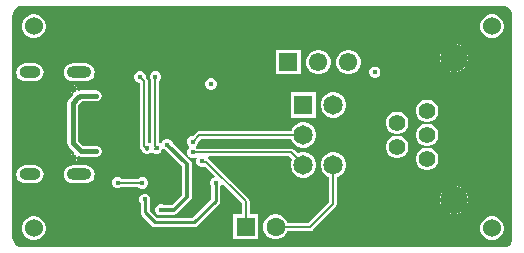
<source format=gbr>
%TF.GenerationSoftware,Altium Limited,Altium Designer,24.4.1 (13)*%
G04 Layer_Physical_Order=4*
G04 Layer_Color=8865052*
%FSLAX45Y45*%
%MOMM*%
%TF.SameCoordinates,F106AC90-439F-428E-8782-533256F23A0D*%
%TF.FilePolarity,Positive*%
%TF.FileFunction,Copper,L4,Bot,Signal*%
%TF.Part,Single*%
G01*
G75*
%TA.AperFunction,Conductor*%
%ADD10C,0.15240*%
%ADD33C,0.40000*%
%ADD35C,0.30000*%
%ADD36C,0.25400*%
%TA.AperFunction,ComponentPad*%
%ADD38C,1.55000*%
%ADD39R,1.55000X1.55000*%
%TA.AperFunction,ViaPad*%
%ADD40C,1.52400*%
%TA.AperFunction,ComponentPad*%
%ADD41C,1.40000*%
%ADD42R,1.40000X1.40000*%
%ADD43C,2.36000*%
%TA.AperFunction,TestPad*%
%ADD44O,2.10000X1.00000*%
%ADD45C,0.65000*%
%ADD46O,1.80000X1.00000*%
%TA.AperFunction,ComponentPad*%
%ADD47R,1.65000X1.65000*%
%ADD48C,1.65000*%
%ADD49R,1.60000X1.60000*%
%ADD50C,1.60000*%
%TA.AperFunction,ViaPad*%
%ADD51C,0.45000*%
%ADD52C,0.40000*%
G36*
X100000Y2059999D02*
X4169998Y2060000D01*
X4169999Y2059999D01*
Y2059999D01*
X4170008D01*
X4181818Y2059217D01*
X4193335Y2056927D01*
X4207895Y2050897D01*
X4220998Y2042142D01*
X4232141Y2030998D01*
X4240897Y2017895D01*
X4246927Y2003336D01*
X4250000Y1987879D01*
X4250000Y1980000D01*
X4250000Y80000D01*
X4249999Y79999D01*
X4249999Y68064D01*
X4240865Y46012D01*
X4223987Y29134D01*
X4201934Y19999D01*
X4190000Y20000D01*
X99998Y19999D01*
X99996Y19999D01*
X92117Y19999D01*
X76661Y23074D01*
X62102Y29104D01*
X48999Y37860D01*
X37857Y49003D01*
X29102Y62107D01*
X23072Y76666D01*
X19999Y92122D01*
X20000Y100002D01*
Y1840000D01*
X20000Y1979999D01*
X20000Y1980000D01*
X20884Y1992334D01*
X23072Y2003336D01*
X29102Y2017896D01*
X37857Y2030999D01*
X49000Y2042143D01*
X62104Y2050898D01*
X76664Y2056928D01*
X92120Y2060000D01*
X100000Y2059999D01*
D02*
G37*
%LPC*%
G36*
X4093165Y1990000D02*
X4066835D01*
X4041401Y1983185D01*
X4018599Y1970020D01*
X3999980Y1951401D01*
X3986815Y1928599D01*
X3980000Y1903165D01*
Y1876835D01*
X3986815Y1851401D01*
X3999980Y1828599D01*
X4018599Y1809980D01*
X4041401Y1796815D01*
X4066835Y1790000D01*
X4093165D01*
X4118599Y1796815D01*
X4141401Y1809980D01*
X4160020Y1828599D01*
X4173185Y1851401D01*
X4180000Y1876835D01*
Y1903165D01*
X4173185Y1928599D01*
X4160020Y1951401D01*
X4141401Y1970020D01*
X4118599Y1983185D01*
X4093165Y1990000D01*
D02*
G37*
G36*
X213165D02*
X186835D01*
X161402Y1983185D01*
X138599Y1970020D01*
X119980Y1951401D01*
X106815Y1928599D01*
X100000Y1903165D01*
Y1876835D01*
X106815Y1851401D01*
X119980Y1828599D01*
X138599Y1809980D01*
X161402Y1796815D01*
X186835Y1790000D01*
X213165D01*
X238599Y1796815D01*
X261402Y1809980D01*
X280020Y1828599D01*
X293185Y1851401D01*
X300000Y1876835D01*
Y1903165D01*
X293185Y1928599D01*
X280020Y1951401D01*
X261402Y1970020D01*
X238599Y1983185D01*
X213165Y1990000D01*
D02*
G37*
G36*
X3775516Y1738016D02*
X3744446D01*
X3714435Y1729975D01*
X3687527Y1714440D01*
X3665558Y1692470D01*
X3650022Y1665563D01*
X3641981Y1635551D01*
Y1604481D01*
X3650022Y1574470D01*
X3665558Y1547563D01*
X3687527Y1525593D01*
X3714435Y1510058D01*
X3744446Y1502016D01*
X3775516D01*
X3805527Y1510058D01*
X3832435Y1525593D01*
X3854405Y1547563D01*
X3869940Y1574470D01*
X3877981Y1604481D01*
Y1635551D01*
X3869940Y1665563D01*
X3854405Y1692470D01*
X3832435Y1714440D01*
X3805527Y1729975D01*
X3775516Y1738016D01*
D02*
G37*
G36*
X2877547Y1687900D02*
X2850453D01*
X2824282Y1680887D01*
X2800818Y1667340D01*
X2781660Y1648182D01*
X2768113Y1624718D01*
X2761100Y1598547D01*
Y1571453D01*
X2768113Y1545282D01*
X2781660Y1521818D01*
X2800818Y1502659D01*
X2824282Y1489112D01*
X2850453Y1482100D01*
X2877547D01*
X2903718Y1489112D01*
X2927182Y1502659D01*
X2946341Y1521818D01*
X2959888Y1545282D01*
X2966900Y1571453D01*
Y1598547D01*
X2959888Y1624718D01*
X2946341Y1648182D01*
X2927182Y1667340D01*
X2903718Y1680887D01*
X2877547Y1687900D01*
D02*
G37*
G36*
X2623547D02*
X2596453D01*
X2570282Y1680887D01*
X2546818Y1667340D01*
X2527660Y1648182D01*
X2514113Y1624718D01*
X2507100Y1598547D01*
Y1571453D01*
X2514113Y1545282D01*
X2527660Y1521818D01*
X2546818Y1502659D01*
X2570282Y1489112D01*
X2596453Y1482100D01*
X2623547D01*
X2649718Y1489112D01*
X2673182Y1502659D01*
X2692341Y1521818D01*
X2705888Y1545282D01*
X2712900Y1571453D01*
Y1598547D01*
X2705888Y1624718D01*
X2692341Y1648182D01*
X2673182Y1667340D01*
X2649718Y1680887D01*
X2623547Y1687900D01*
D02*
G37*
G36*
X2458900D02*
X2253100D01*
Y1482100D01*
X2458900D01*
Y1687900D01*
D02*
G37*
G36*
X3097028Y1547900D02*
X3077972D01*
X3060367Y1540608D01*
X3046893Y1527133D01*
X3039600Y1509528D01*
Y1490472D01*
X3046893Y1472867D01*
X3060367Y1459393D01*
X3077972Y1452100D01*
X3097028D01*
X3114633Y1459393D01*
X3128108Y1472867D01*
X3135400Y1490472D01*
Y1509528D01*
X3128108Y1527133D01*
X3114633Y1540608D01*
X3097028Y1547900D01*
D02*
G37*
G36*
X640350Y1574250D02*
X530350D01*
X510666Y1571659D01*
X492325Y1564061D01*
X476574Y1551976D01*
X464488Y1536225D01*
X456891Y1517883D01*
X454299Y1498200D01*
X456891Y1478516D01*
X464488Y1460174D01*
X476574Y1444424D01*
X492325Y1432338D01*
X510666Y1424740D01*
X530350Y1422149D01*
X640350D01*
X660034Y1424740D01*
X678376Y1432338D01*
X694126Y1444424D01*
X706212Y1460174D01*
X713810Y1478516D01*
X716401Y1498200D01*
X713810Y1517883D01*
X706212Y1536225D01*
X694126Y1551976D01*
X678376Y1564061D01*
X660034Y1571659D01*
X640350Y1574250D01*
D02*
G37*
G36*
X207350D02*
X127350D01*
X107667Y1571659D01*
X89325Y1564061D01*
X73574Y1551976D01*
X61489Y1536225D01*
X53891Y1517883D01*
X51300Y1498200D01*
X53891Y1478516D01*
X61489Y1460174D01*
X73574Y1444424D01*
X89325Y1432338D01*
X107667Y1424740D01*
X127350Y1422149D01*
X207350D01*
X227034Y1424740D01*
X245375Y1432338D01*
X261126Y1444424D01*
X273212Y1460174D01*
X280809Y1478516D01*
X283401Y1498200D01*
X280809Y1517883D01*
X273212Y1536225D01*
X261126Y1551976D01*
X245375Y1564061D01*
X227034Y1571659D01*
X207350Y1574250D01*
D02*
G37*
G36*
X1709528Y1447900D02*
X1690472D01*
X1672867Y1440607D01*
X1659393Y1427133D01*
X1652100Y1409528D01*
Y1390472D01*
X1659393Y1372867D01*
X1672867Y1359393D01*
X1690472Y1352100D01*
X1709528D01*
X1727133Y1359393D01*
X1740608Y1372867D01*
X1747900Y1390472D01*
Y1409528D01*
X1740608Y1427133D01*
X1727133Y1440607D01*
X1709528Y1447900D01*
D02*
G37*
G36*
X2751205Y1331900D02*
X2722795D01*
X2695352Y1324547D01*
X2670748Y1310342D01*
X2650659Y1290252D01*
X2636453Y1265648D01*
X2629100Y1238205D01*
Y1209795D01*
X2636453Y1182352D01*
X2650659Y1157748D01*
X2670748Y1137659D01*
X2695352Y1123453D01*
X2722795Y1116100D01*
X2751205D01*
X2778648Y1123453D01*
X2803252Y1137659D01*
X2823342Y1157748D01*
X2837547Y1182352D01*
X2844900Y1209795D01*
Y1238205D01*
X2837547Y1265648D01*
X2823342Y1290252D01*
X2803252Y1310342D01*
X2778648Y1324547D01*
X2751205Y1331900D01*
D02*
G37*
G36*
X2590900D02*
X2375100D01*
Y1116100D01*
X2590900D01*
Y1331900D01*
D02*
G37*
G36*
X3542541Y1268416D02*
X3517421D01*
X3493158Y1261915D01*
X3471404Y1249355D01*
X3453642Y1231593D01*
X3441083Y1209839D01*
X3434581Y1185576D01*
Y1160457D01*
X3441083Y1136193D01*
X3453642Y1114439D01*
X3471404Y1096677D01*
X3493158Y1084118D01*
X3517421Y1077616D01*
X3542541D01*
X3566804Y1084118D01*
X3588558Y1096677D01*
X3606320Y1114439D01*
X3618879Y1136193D01*
X3625381Y1160457D01*
Y1185576D01*
X3618879Y1209839D01*
X3606320Y1231593D01*
X3588558Y1249355D01*
X3566804Y1261915D01*
X3542541Y1268416D01*
D02*
G37*
G36*
X3288541Y1166416D02*
X3263421D01*
X3239158Y1159915D01*
X3217404Y1147355D01*
X3199642Y1129593D01*
X3187083Y1107839D01*
X3180581Y1083576D01*
Y1058457D01*
X3187083Y1034193D01*
X3199642Y1012439D01*
X3217404Y994677D01*
X3239158Y982118D01*
X3263421Y975616D01*
X3288541D01*
X3312804Y982118D01*
X3334558Y994677D01*
X3352320Y1012439D01*
X3364879Y1034193D01*
X3371381Y1058457D01*
Y1083576D01*
X3364879Y1107839D01*
X3352320Y1129593D01*
X3334558Y1147355D01*
X3312804Y1159915D01*
X3288541Y1166416D01*
D02*
G37*
G36*
X1239528Y1507900D02*
X1220472D01*
X1202867Y1500608D01*
X1189393Y1487133D01*
X1182100Y1469528D01*
Y1450472D01*
X1189393Y1432867D01*
X1196333Y1425927D01*
Y903201D01*
X1183633Y897257D01*
X1169528Y903100D01*
X1163667D01*
Y1425851D01*
X1161104Y1438735D01*
X1153806Y1449658D01*
X1147900Y1455564D01*
Y1469528D01*
X1140608Y1487133D01*
X1127133Y1500608D01*
X1109528Y1507900D01*
X1090472D01*
X1072867Y1500608D01*
X1059393Y1487133D01*
X1052100Y1469528D01*
Y1450472D01*
X1059393Y1432867D01*
X1072867Y1419393D01*
X1090472Y1412100D01*
X1096139D01*
X1096333Y1411906D01*
Y874149D01*
X1098896Y861265D01*
X1106194Y850343D01*
X1112974Y843563D01*
X1119392Y828067D01*
X1132867Y814592D01*
X1150472Y807300D01*
X1155139D01*
X1160000Y806333D01*
X1164861Y807300D01*
X1169528D01*
X1187133Y814592D01*
X1199700Y827160D01*
X1212267Y814592D01*
X1229872Y807300D01*
X1248928D01*
X1266533Y814592D01*
X1280008Y828067D01*
X1287300Y845672D01*
X1300000Y849759D01*
X1302867Y846892D01*
X1319062Y840184D01*
X1456308Y702938D01*
Y462062D01*
X1370653Y376406D01*
X1300723D01*
X1284528Y383115D01*
X1265472D01*
X1247867Y375822D01*
X1234393Y362348D01*
X1227100Y344743D01*
Y325687D01*
X1234393Y308082D01*
X1247867Y294607D01*
X1265472Y287315D01*
X1284528D01*
X1300723Y294023D01*
X1387715D01*
X1403478Y297159D01*
X1416841Y306088D01*
X1526627Y415873D01*
X1535556Y429237D01*
X1538691Y445000D01*
Y720000D01*
X1535556Y735763D01*
X1526627Y749127D01*
X1377316Y898437D01*
X1370607Y914633D01*
X1357133Y928107D01*
X1339528Y935400D01*
X1320472D01*
X1302867Y928107D01*
X1289392Y914633D01*
X1284462Y902730D01*
X1270367Y898619D01*
X1263667Y903466D01*
Y1425927D01*
X1270608Y1432867D01*
X1277900Y1450472D01*
Y1469528D01*
X1270608Y1487133D01*
X1257133Y1500608D01*
X1239528Y1507900D01*
D02*
G37*
G36*
X3542541Y1064416D02*
X3517421D01*
X3493158Y1057915D01*
X3471404Y1045355D01*
X3453642Y1027593D01*
X3441083Y1005839D01*
X3434581Y981576D01*
Y956457D01*
X3441083Y932193D01*
X3453642Y910439D01*
X3471404Y892677D01*
X3493158Y880118D01*
X3517421Y873616D01*
X3542541D01*
X3566804Y880118D01*
X3588558Y892677D01*
X3606320Y910439D01*
X3618879Y932193D01*
X3625381Y956457D01*
Y981576D01*
X3618879Y1005839D01*
X3606320Y1027593D01*
X3588558Y1045355D01*
X3566804Y1057915D01*
X3542541Y1064416D01*
D02*
G37*
G36*
X2497205Y1077900D02*
X2468795D01*
X2441352Y1070547D01*
X2416748Y1056342D01*
X2396659Y1036252D01*
X2382453Y1011648D01*
X2380315Y1003667D01*
X1602500D01*
X1589616Y1001104D01*
X1578694Y993806D01*
X1545287Y960400D01*
X1535472D01*
X1517867Y953108D01*
X1504392Y939633D01*
X1497100Y922028D01*
Y902972D01*
X1504392Y885367D01*
X1516127Y873633D01*
X1517113Y866250D01*
X1516127Y858867D01*
X1504392Y847133D01*
X1497100Y829528D01*
Y810472D01*
X1504392Y792867D01*
X1517867Y779392D01*
X1535472Y772100D01*
X1554528D01*
X1572133Y779392D01*
X1572246Y779505D01*
X1581892Y772133D01*
X1574600Y754528D01*
Y735472D01*
X1581892Y717867D01*
X1595367Y704393D01*
X1612972Y697100D01*
X1632028D01*
X1648475Y703913D01*
X1732755Y619633D01*
X1727683Y606745D01*
X1712867Y600608D01*
X1699393Y587133D01*
X1692100Y569528D01*
Y550472D01*
X1699393Y532867D01*
X1701154Y531106D01*
Y423591D01*
X1543909Y266346D01*
X1243591D01*
X1181909Y328029D01*
Y399704D01*
X1187212Y412507D01*
Y431562D01*
X1179919Y449168D01*
X1166445Y462642D01*
X1148840Y469934D01*
X1129784D01*
X1112179Y462642D01*
X1098704Y449168D01*
X1091412Y431562D01*
Y412507D01*
X1098704Y394901D01*
X1104216Y389390D01*
Y311938D01*
X1107173Y297072D01*
X1115594Y284469D01*
X1200032Y200031D01*
X1212634Y191610D01*
X1227500Y188653D01*
X1560000D01*
X1574866Y191610D01*
X1587469Y200031D01*
X1767469Y380031D01*
X1775890Y392634D01*
X1778847Y407500D01*
Y531106D01*
X1780608Y532867D01*
X1786744Y547683D01*
X1799633Y552755D01*
X1959333Y393055D01*
Y295400D01*
X1887600D01*
Y84600D01*
X2098400D01*
Y295400D01*
X2026667D01*
Y407000D01*
X2024104Y419884D01*
X2016806Y430806D01*
X1684501Y763112D01*
X1673579Y770410D01*
X1671937Y773633D01*
X1679722Y786333D01*
X2365055D01*
X2386585Y764803D01*
X2382453Y757648D01*
X2375100Y730205D01*
Y701795D01*
X2382453Y674352D01*
X2396659Y649748D01*
X2416748Y629659D01*
X2441352Y615453D01*
X2468795Y608100D01*
X2497205D01*
X2524648Y615453D01*
X2549252Y629659D01*
X2569342Y649748D01*
X2583547Y674352D01*
X2590900Y701795D01*
Y730205D01*
X2583547Y757648D01*
X2569342Y782252D01*
X2549252Y802342D01*
X2524648Y816547D01*
X2497205Y823900D01*
X2468795D01*
X2441352Y816547D01*
X2434197Y812416D01*
X2402806Y843806D01*
X2391884Y851104D01*
X2379000Y853667D01*
X1579074D01*
X1573873Y858867D01*
X1572887Y866250D01*
X1573873Y873633D01*
X1585607Y885367D01*
X1592900Y902972D01*
Y912788D01*
X1616445Y936333D01*
X2380315D01*
X2382453Y928352D01*
X2396659Y903748D01*
X2416748Y883659D01*
X2441352Y869453D01*
X2468795Y862100D01*
X2497205D01*
X2524648Y869453D01*
X2549252Y883659D01*
X2569342Y903748D01*
X2583547Y928352D01*
X2590900Y955795D01*
Y984205D01*
X2583547Y1011648D01*
X2569342Y1036252D01*
X2549252Y1056342D01*
X2524648Y1070547D01*
X2497205Y1077900D01*
D02*
G37*
G36*
X541815Y1387700D02*
X528886D01*
X516940Y1382752D01*
X507798Y1373610D01*
X502850Y1361664D01*
Y1348735D01*
X507798Y1336790D01*
X516940Y1327647D01*
X528886Y1322700D01*
X529593D01*
X534527Y1312694D01*
X534537Y1310000D01*
X497268Y1272732D01*
X487234Y1257714D01*
X483710Y1240000D01*
X483710Y1239999D01*
Y900002D01*
X483710Y900000D01*
X487234Y882286D01*
X497268Y867269D01*
X542365Y822172D01*
X536876Y809700D01*
X528886D01*
X516940Y804752D01*
X507798Y795610D01*
X502850Y783664D01*
Y770735D01*
X507798Y758790D01*
X516940Y749647D01*
X528886Y744700D01*
X541815D01*
X553760Y749647D01*
X562903Y758790D01*
X567850Y770735D01*
Y781605D01*
X573365Y786351D01*
X579289Y789237D01*
X582286Y787234D01*
X600000Y783710D01*
X600001Y783711D01*
X730000D01*
X734472Y784600D01*
X739031D01*
X743242Y786345D01*
X747714Y787234D01*
X751505Y789767D01*
X755717Y791512D01*
X758941Y794735D01*
X762732Y797268D01*
X765265Y801060D01*
X768488Y804283D01*
X770233Y808495D01*
X772766Y812286D01*
X773656Y816758D01*
X775400Y820969D01*
Y825528D01*
X776290Y830000D01*
X775400Y834472D01*
Y839031D01*
X773656Y843242D01*
X772766Y847714D01*
X770233Y851506D01*
X768488Y855717D01*
X765265Y858941D01*
X762732Y862732D01*
X758941Y865265D01*
X755717Y868488D01*
X751505Y870233D01*
X747714Y872766D01*
X743242Y873656D01*
X739031Y875400D01*
X734472D01*
X730000Y876290D01*
X619174D01*
X576289Y919174D01*
Y1220826D01*
X599391Y1243928D01*
X600349Y1244568D01*
X609492Y1253710D01*
X730000D01*
X747714Y1257234D01*
X762732Y1267268D01*
X772766Y1282286D01*
X776290Y1300000D01*
X772766Y1317714D01*
X762732Y1332732D01*
X747714Y1342766D01*
X730000Y1346289D01*
X590319D01*
X590318Y1346290D01*
X579584Y1344155D01*
X577418Y1345000D01*
X567909Y1353649D01*
X567850Y1353784D01*
Y1361664D01*
X562903Y1373610D01*
X553760Y1382752D01*
X541815Y1387700D01*
D02*
G37*
G36*
X3288541Y962416D02*
X3263421D01*
X3239158Y955915D01*
X3217404Y943355D01*
X3199642Y925593D01*
X3187083Y903839D01*
X3180581Y879576D01*
Y854457D01*
X3187083Y830193D01*
X3199642Y808439D01*
X3217404Y790677D01*
X3239158Y778118D01*
X3263421Y771616D01*
X3288541D01*
X3312804Y778118D01*
X3334558Y790677D01*
X3352320Y808439D01*
X3364879Y830193D01*
X3371381Y854457D01*
Y879576D01*
X3364879Y903839D01*
X3352320Y925593D01*
X3334558Y943355D01*
X3312804Y955915D01*
X3288541Y962416D01*
D02*
G37*
G36*
X3542541Y860416D02*
X3517421D01*
X3493158Y853915D01*
X3471404Y841355D01*
X3453642Y823593D01*
X3441083Y801839D01*
X3434581Y777576D01*
Y752457D01*
X3441083Y728193D01*
X3453642Y706439D01*
X3471404Y688677D01*
X3493158Y676118D01*
X3517421Y669616D01*
X3542541D01*
X3566804Y676118D01*
X3588558Y688677D01*
X3606320Y706439D01*
X3618879Y728193D01*
X3625381Y752457D01*
Y777576D01*
X3618879Y801839D01*
X3606320Y823593D01*
X3588558Y841355D01*
X3566804Y853915D01*
X3542541Y860416D01*
D02*
G37*
G36*
X640350Y710251D02*
X530350D01*
X510666Y707659D01*
X492325Y700062D01*
X476574Y687976D01*
X464488Y672225D01*
X456891Y653883D01*
X454299Y634200D01*
X456891Y614516D01*
X464488Y596175D01*
X476574Y580424D01*
X492325Y568338D01*
X510666Y560741D01*
X530350Y558149D01*
X640350D01*
X660034Y560741D01*
X678376Y568338D01*
X694126Y580424D01*
X706212Y596175D01*
X713810Y614516D01*
X716401Y634200D01*
X713810Y653883D01*
X706212Y672225D01*
X694126Y687976D01*
X678376Y700062D01*
X660034Y707659D01*
X640350Y710251D01*
D02*
G37*
G36*
X207350D02*
X127350D01*
X107667Y707659D01*
X89325Y700062D01*
X73574Y687976D01*
X61489Y672225D01*
X53891Y653883D01*
X51300Y634200D01*
X53891Y614516D01*
X61489Y596175D01*
X73574Y580424D01*
X89325Y568338D01*
X107667Y560741D01*
X127350Y558149D01*
X207350D01*
X227034Y560741D01*
X245375Y568338D01*
X261126Y580424D01*
X273212Y596175D01*
X280809Y614516D01*
X283401Y634200D01*
X280809Y653883D01*
X273212Y672225D01*
X261126Y687976D01*
X245375Y700062D01*
X227034Y707659D01*
X207350Y710251D01*
D02*
G37*
G36*
X919528Y612900D02*
X900472D01*
X882867Y605607D01*
X869392Y592133D01*
X862100Y574528D01*
Y555472D01*
X869392Y537867D01*
X882867Y524392D01*
X900472Y517100D01*
X919528D01*
X937133Y524392D01*
X944074Y531333D01*
X1083427D01*
X1092867Y521893D01*
X1110472Y514600D01*
X1129528D01*
X1147133Y521893D01*
X1160608Y535367D01*
X1167900Y552972D01*
Y572028D01*
X1160608Y589633D01*
X1147133Y603108D01*
X1129528Y610400D01*
X1110472D01*
X1092867Y603108D01*
X1088426Y598667D01*
X944074D01*
X937133Y605607D01*
X919528Y612900D01*
D02*
G37*
G36*
X3775516Y538016D02*
X3744446D01*
X3714435Y529975D01*
X3687527Y514440D01*
X3665558Y492470D01*
X3650022Y465562D01*
X3641981Y435551D01*
Y404481D01*
X3650022Y374470D01*
X3665558Y347562D01*
X3687527Y325593D01*
X3714435Y310058D01*
X3744446Y302016D01*
X3775516D01*
X3805527Y310058D01*
X3832435Y325593D01*
X3854405Y347562D01*
X3869940Y374470D01*
X3877981Y404481D01*
Y435551D01*
X3869940Y465562D01*
X3854405Y492470D01*
X3832435Y514440D01*
X3805527Y529975D01*
X3775516Y538016D01*
D02*
G37*
G36*
X2751205Y823900D02*
X2722795D01*
X2695352Y816547D01*
X2670748Y802342D01*
X2650659Y782252D01*
X2636453Y757648D01*
X2629100Y730205D01*
Y701795D01*
X2636453Y674352D01*
X2650659Y649748D01*
X2670748Y629659D01*
X2695352Y615453D01*
X2696333Y615190D01*
Y393945D01*
X2526055Y223667D01*
X2347097D01*
X2345217Y230683D01*
X2331341Y254717D01*
X2311717Y274341D01*
X2287683Y288217D01*
X2260876Y295400D01*
X2233124D01*
X2206317Y288217D01*
X2182283Y274341D01*
X2162659Y254717D01*
X2148783Y230683D01*
X2141600Y203876D01*
Y176124D01*
X2148783Y149317D01*
X2162659Y125283D01*
X2182283Y105659D01*
X2206317Y91783D01*
X2233124Y84600D01*
X2260876D01*
X2287683Y91783D01*
X2311717Y105659D01*
X2331341Y125283D01*
X2345217Y149317D01*
X2347097Y156333D01*
X2540000D01*
X2552884Y158896D01*
X2563806Y166194D01*
X2753806Y356194D01*
X2761104Y367116D01*
X2763667Y380000D01*
Y611439D01*
X2778648Y615453D01*
X2803252Y629659D01*
X2823342Y649748D01*
X2837547Y674352D01*
X2844900Y701795D01*
Y730205D01*
X2837547Y757648D01*
X2823342Y782252D01*
X2803252Y802342D01*
X2778648Y816547D01*
X2751205Y823900D01*
D02*
G37*
G36*
X4093165Y280000D02*
X4066835D01*
X4041401Y273185D01*
X4018599Y260020D01*
X3999980Y241402D01*
X3986815Y218599D01*
X3980000Y193165D01*
Y166835D01*
X3986815Y141402D01*
X3999980Y118599D01*
X4018599Y99980D01*
X4041401Y86815D01*
X4066835Y80000D01*
X4093165D01*
X4118599Y86815D01*
X4141401Y99980D01*
X4160020Y118599D01*
X4173185Y141402D01*
X4180000Y166835D01*
Y193165D01*
X4173185Y218599D01*
X4160020Y241402D01*
X4141401Y260020D01*
X4118599Y273185D01*
X4093165Y280000D01*
D02*
G37*
G36*
X213165D02*
X186835D01*
X161402Y273185D01*
X138599Y260020D01*
X119980Y241402D01*
X106815Y218599D01*
X100000Y193165D01*
Y166835D01*
X106815Y141402D01*
X119980Y118599D01*
X138599Y99980D01*
X161402Y86815D01*
X186835Y80000D01*
X213165D01*
X238599Y86815D01*
X261402Y99980D01*
X280020Y118599D01*
X293185Y141402D01*
X300000Y166835D01*
Y193165D01*
X293185Y218599D01*
X280020Y241402D01*
X261402Y260020D01*
X238599Y273185D01*
X213165Y280000D01*
D02*
G37*
%LPD*%
D10*
X1120000Y562500D02*
G03*
X1117500Y565000I-2500J0D01*
G01*
X910000D02*
X1117500D01*
X1622500Y745000D02*
X1628194Y739306D01*
X1660694D02*
X1993000Y407000D01*
X1628194Y739306D02*
X1660694D01*
X2379000Y820000D02*
X2483000Y716000D01*
X1545000Y820000D02*
X2379000D01*
X1602500Y970000D02*
X2483000D01*
X1545000Y912500D02*
X1602500Y970000D01*
X1233706Y853706D02*
Y875302D01*
X1230000Y879008D02*
Y1460000D01*
Y879008D02*
X1233706Y875302D01*
X1230000Y850000D02*
X1233706Y853706D01*
X2730000Y380000D02*
Y709000D01*
X2737000Y716000D01*
X2540000Y190000D02*
X2730000Y380000D01*
X2247000Y190000D02*
X2540000D01*
X1993000D02*
Y407000D01*
X1160000Y840000D02*
Y844149D01*
X1130000Y874149D02*
X1160000Y844149D01*
X1130000Y874149D02*
Y1425851D01*
X1100000Y1455851D02*
X1130000Y1425851D01*
X1100000Y1455851D02*
Y1460000D01*
D33*
X600000Y830000D02*
X730000D01*
X530000Y900000D02*
X600000Y830000D01*
X530000Y900000D02*
Y1240000D01*
X567300Y1277300D01*
X567617D01*
X590318Y1300000D02*
X730000D01*
X567617Y1277300D02*
X590318Y1300000D01*
D35*
X1497500Y445000D02*
Y720000D01*
X1330000Y887500D02*
X1497500Y720000D01*
X1275000Y335215D02*
X1387715D01*
X1497500Y445000D01*
D36*
X1560000Y227500D02*
X1740000Y407500D01*
X1227500Y227500D02*
X1560000D01*
X1143062Y311938D02*
X1227500Y227500D01*
X1143062Y311938D02*
Y418284D01*
X1740000Y407500D02*
Y560000D01*
X1139312Y422034D02*
X1143062Y418284D01*
D38*
X2864000Y1585000D02*
D03*
X2610000D02*
D03*
D39*
X2356000D02*
D03*
D40*
X4080000Y180000D02*
D03*
Y1890000D02*
D03*
X200000D02*
D03*
Y180000D02*
D03*
D41*
X3275981Y1071016D02*
D03*
X3529981Y1173016D02*
D03*
Y969016D02*
D03*
Y765016D02*
D03*
X3275981Y867016D02*
D03*
D42*
Y1275016D02*
D03*
D43*
X3759981Y1620016D02*
D03*
Y420016D02*
D03*
D44*
X585350Y634200D02*
D03*
Y1498200D02*
D03*
D45*
X535350Y1355200D02*
D03*
Y777200D02*
D03*
D46*
X167350Y1498200D02*
D03*
Y634200D02*
D03*
D47*
X2483000Y1224000D02*
D03*
D48*
X2737000D02*
D03*
X2483000Y970000D02*
D03*
Y716000D02*
D03*
X2737000Y970000D02*
D03*
Y716000D02*
D03*
D49*
X1993000Y190000D02*
D03*
D50*
X2247000D02*
D03*
D51*
X990000Y1285000D02*
D03*
X3087500Y1500000D02*
D03*
X1330000Y887500D02*
D03*
X1622500Y745000D02*
D03*
X1545000Y912500D02*
D03*
Y820000D02*
D03*
X910000Y565000D02*
D03*
X1120000Y562500D02*
D03*
X381000Y96520D02*
D03*
X4170000Y310000D02*
D03*
Y990000D02*
D03*
Y650000D02*
D03*
Y1370000D02*
D03*
Y1710000D02*
D03*
X770000Y100000D02*
D03*
X2130000D02*
D03*
X1790000D02*
D03*
X1450000D02*
D03*
X3190000D02*
D03*
X2850000D02*
D03*
X2510000D02*
D03*
X3570000D02*
D03*
X3910000D02*
D03*
Y2010000D02*
D03*
X3570000D02*
D03*
X2510000D02*
D03*
X2850000D02*
D03*
X3190000D02*
D03*
X1450000D02*
D03*
X1790000D02*
D03*
X2130000D02*
D03*
X1110000D02*
D03*
X770000D02*
D03*
X430000D02*
D03*
X100000Y1690000D02*
D03*
Y420000D02*
D03*
X1840000Y750000D02*
D03*
X1630000Y670000D02*
D03*
Y590000D02*
D03*
X1562500Y425000D02*
D03*
X1845000Y1027500D02*
D03*
X1840000Y1195000D02*
D03*
X1590000Y1210000D02*
D03*
X1420000Y947500D02*
D03*
X1422500Y1120000D02*
D03*
X1700000Y1400000D02*
D03*
X1050000Y900000D02*
D03*
X797500Y635000D02*
D03*
X832500Y495000D02*
D03*
X1050000Y770000D02*
D03*
X1410000Y530000D02*
D03*
Y650000D02*
D03*
X1290000Y530000D02*
D03*
Y650000D02*
D03*
X1050000Y640000D02*
D03*
X1740000Y560000D02*
D03*
X1139312Y422034D02*
D03*
X1239400Y855200D02*
D03*
X1160000D02*
D03*
X1275000Y335215D02*
D03*
X1230000Y1460000D02*
D03*
X1100000D02*
D03*
D52*
X730000Y830000D02*
D03*
%TF.MD5,1dc8dfec5aa534e0de8f409dd7419655*%
M02*

</source>
